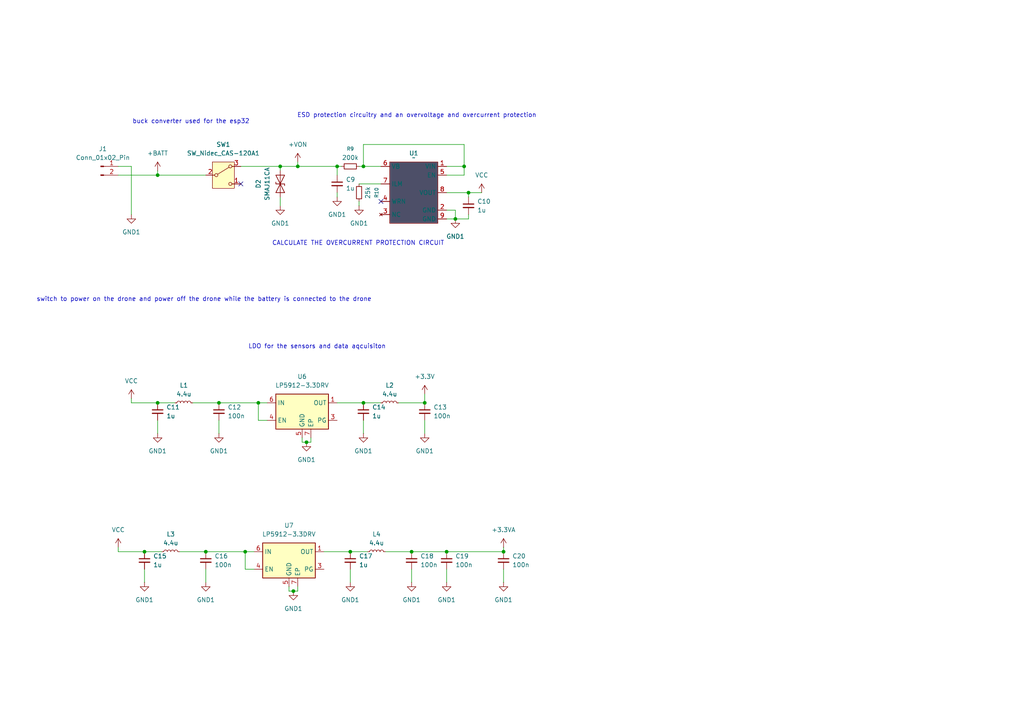
<source format=kicad_sch>
(kicad_sch (version 20250114) (generator "eeschema") (generator_version "9.0")
  (paper "A4")
  (lib_symbols
    (symbol "Connector:Conn_01x02_Pin" (pin_names (offset 1.016) (hide yes))
      (property "Reference" "J" (at 0 2.54 0))
      (property "Value" "Conn_01x02_Pin" (at 0 -5.08 0))
      (symbol "Conn_01x02_Pin_1_1"
        (rectangle (start 0.8636 0.127) (end 0 -0.127) (stroke (width 0.1524)) (fill (type outline)))
        (rectangle (start 0.8636 -2.413) (end 0 -2.667) (stroke (width 0.1524)) (fill (type outline)))
        (polyline (pts (xy 1.27 0) (xy 0.8636 0)) (stroke (width 0.1524)))
        (polyline (pts (xy 1.27 -2.54) (xy 0.8636 -2.54)) (stroke (width 0.1524)))
        (pin passive line (at 5.08 0 180) (length 3.81) (name "Pin_1") (number "1"))
        (pin passive line (at 5.08 -2.54 180) (length 3.81) (name "Pin_2") (number "2"))
      )
    )
    (symbol "Device:C_Small" (pin_numbers (hide yes)) (pin_names (offset 0.254) (hide yes))
      (property "Reference" "C" (at 0.254 1.778 0))
      (property "Value" "C_Small" (at 0.254 -2.032 0))
      (symbol "C_Small_0_1"
        (polyline (pts (xy -1.524 0.508) (xy 1.524 0.508)) (stroke (width 0.3048)))
        (polyline (pts (xy -1.524 -0.508) (xy 1.524 -0.508)) (stroke (width 0.3302)))
      )
      (symbol "C_Small_1_1"
        (pin passive line (at 0 2.54 270) (length 2.032) (name "~") (number "1"))
        (pin passive line (at 0 -2.54 90) (length 2.032) (name "~") (number "2"))
      )
    )
    (symbol "Device:L_Small" (pin_numbers (hide yes)) (pin_names (offset 0.254) (hide yes))
      (property "Reference" "L" (at 0.762 1.016 0))
      (property "Value" "L_Small" (at 0.762 -1.016 0))
      (symbol "L_Small_0_1"
        (arc (start 0 2.032) (mid 0.5058 1.524) (end 0 1.016))
        (arc (start 0 1.016) (mid 0.5058 0.508) (end 0 0))
        (arc (start 0 0) (mid 0.5058 -0.508) (end 0 -1.016))
        (arc (start 0 -1.016) (mid 0.5058 -1.524) (end 0 -2.032))
      )
      (symbol "L_Small_1_1"
        (pin passive line (at 0 2.54 270) (length 0.508) (name "~") (number "1"))
        (pin passive line (at 0 -2.54 90) (length 0.508) (name "~") (number "2"))
      )
    )
    (symbol "Device:R_Small" (pin_numbers (hide yes)) (pin_names (offset 0.254) (hide yes))
      (property "Reference" "R" (at 0 0 90))
      (property "Value" "R_Small" (at 1.778 0 90))
      (symbol "R_Small_0_1"
        (rectangle (start -0.762 1.778) (end 0.762 -1.778) (stroke (width 0.2032)))
      )
      (symbol "R_Small_1_1"
        (pin passive line (at 0 2.54 270) (length 0.762) (name "~") (number "1"))
        (pin passive line (at 0 -2.54 90) (length 0.762) (name "~") (number "2"))
      )
    )
    (symbol "Diode:SMAJ11CA" (pin_numbers (hide yes)) (pin_names (offset 1.016) (hide yes))
      (property "Reference" "D" (at 0 2.54 0))
      (property "Value" "SMAJ11CA" (at 0 -2.54 0))
      (symbol "SMAJ11CA_0_1"
        (polyline (pts (xy -2.54 -1.27) (xy 0 0) (xy -2.54 1.27) (xy -2.54 -1.27)) (stroke (width 0.2032)))
        (polyline (pts (xy 0.508 1.27) (xy 0 1.27) (xy 0 -1.27) (xy -0.508 -1.27)) (stroke (width 0.2032)))
        (polyline (pts (xy 1.27 0) (xy -1.27 0)))
        (polyline (pts (xy 2.54 1.27) (xy 2.54 -1.27) (xy 0 0) (xy 2.54 1.27)) (stroke (width 0.2032)))
      )
      (symbol "SMAJ11CA_1_1"
        (pin passive line (at -3.81 0 0) (length 2.54) (name "A1") (number "1"))
        (pin passive line (at 3.81 0 180) (length 2.54) (name "A2") (number "2"))
      )
    )
    (symbol "Library 1:RT9718"
      (property "Reference" "U" (at 11.684 2.286 0))
      (symbol "RT9718_1_1"
        (rectangle (start 12.7 0) (end 26.67 -17.78) (fill (type color) (color 77 79 104 1)))
        (pin input line (at 10.16 -1.27 0) (length 2.54) (name "VB") (number "6"))
        (pin input line (at 10.16 -6.35 0) (length 2.54) (name "ILM") (number "7"))
        (pin input line (at 10.16 -11.43 0) (length 2.54) (name "WRN") (number "4"))
        (pin no_connect line (at 10.16 -15.24 0) (length 2.54) (name "NC") (number "3"))
        (pin input line (at 29.21 -1.27 180) (length 2.54) (name "VIN") (number "1"))
        (pin input line (at 29.21 -3.81 180) (length 2.54) (name "EN") (number "5"))
        (pin input line (at 29.21 -8.89 180) (length 2.54) (name "VOUT") (number "8"))
        (pin input line (at 29.21 -13.97 180) (length 2.54) (name "GND") (number "2"))
        (pin input line (at 29.21 -16.51 180) (length 2.54) (name "GND") (number "9"))
      )
    )
    (symbol "Regulator_Linear:LP5912-3.3DRV"
      (property "Reference" "U" (at -3.81 6.35 0))
      (property "Value" "LP5912-3.3DRV" (at 6.35 6.35 0))
      (symbol "LP5912-3.3DRV_0_1"
        (rectangle (start -7.62 -5.08) (end 7.62 5.08) (stroke (width 0.254)) (fill (type background)))
        (pin power_in line (at -10.16 2.54 0) (length 2.54) (name "IN") (number "6"))
        (pin input line (at -10.16 -2.54 0) (length 2.54) (name "EN") (number "4"))
        (pin power_in line (at 0 -7.62 90) (length 2.54) (name "GND") (number "5"))
        (pin no_connect line (at 7.62 0 180) (length 2.54) (hide yes) (name "NC") (number "2"))
        (pin power_out line (at 10.16 2.54 180) (length 2.54) (name "OUT") (number "1"))
      )
      (symbol "LP5912-3.3DRV_1_1"
        (pin passive line (at 2.54 -7.62 90) (length 2.54) (name "EP") (number "7"))
        (pin open_collector line (at 10.16 -2.54 180) (length 2.54) (name "PG") (number "3"))
      )
    )
    (symbol "Switch:SW_Nidec_CAS-120A1" (pin_names (offset 1) (hide yes))
      (property "Reference" "SW" (at 0 4.318 0))
      (property "Value" "SW_Nidec_CAS-120A1" (at 0 -5.08 0))
      (symbol "SW_Nidec_CAS-120A1_0_1"
        (circle (center -2.032 0) (radius 0.4572))
        (polyline (pts (xy -1.651 0.254) (xy 1.651 2.286)))
        (circle (center 2.032 2.54) (radius 0.4572))
        (circle (center 2.032 -2.54) (radius 0.4572))
      )
      (symbol "SW_Nidec_CAS-120A1_1_1"
        (rectangle (start -3.175 3.81) (end 3.175 -3.81) (fill (type background)))
        (pin passive line (at -5.08 0 0) (length 2.54) (name "B") (number "2"))
        (pin passive line (at 5.08 2.54 180) (length 2.54) (name "A") (number "3"))
        (pin passive line (at 5.08 -2.54 180) (length 2.54) (name "C") (number "1"))
      )
    )
    (symbol "power:+3.3V" (power) (pin_numbers (hide yes)) (pin_names (offset 0) (hide yes))
      (property "Value" "+3.3V" (at 0 3.556 0))
      (symbol "+3.3V_0_1"
        (polyline (pts (xy -0.762 1.27) (xy 0 2.54)))
        (polyline (pts (xy 0 2.54) (xy 0.762 1.27)))
        (polyline (pts (xy 0 0) (xy 0 2.54)))
      )
      (symbol "+3.3V_1_1"
        (pin power_in line (at 0 0 90) (length 0) (name "~") (number "1"))
      )
    )
    (symbol "power:+3.3VA" (power) (pin_numbers (hide yes)) (pin_names (offset 0) (hide yes))
      (property "Value" "+3.3VA" (at 0 3.556 0))
      (symbol "+3.3VA_0_1"
        (polyline (pts (xy -0.762 1.27) (xy 0 2.54)))
        (polyline (pts (xy 0 2.54) (xy 0.762 1.27)))
        (polyline (pts (xy 0 0) (xy 0 2.54)))
      )
      (symbol "+3.3VA_1_1"
        (pin power_in line (at 0 0 90) (length 0) (name "~") (number "1"))
      )
    )
    (symbol "power:+BATT" (power) (pin_numbers (hide yes)) (pin_names (offset 0) (hide yes))
      (property "Value" "+BATT" (at 0 3.556 0))
      (symbol "+BATT_0_1"
        (polyline (pts (xy -0.762 1.27) (xy 0 2.54)))
        (polyline (pts (xy 0 2.54) (xy 0.762 1.27)))
        (polyline (pts (xy 0 0) (xy 0 2.54)))
      )
      (symbol "+BATT_1_1"
        (pin power_in line (at 0 0 90) (length 0) (name "~") (number "1"))
      )
    )
    (symbol "power:GND1" (power) (pin_numbers (hide yes)) (pin_names (offset 0) (hide yes))
      (property "Value" "GND1" (at 0 -3.81 0))
      (symbol "GND1_0_1"
        (polyline (pts (xy 0 0) (xy 0 -1.27) (xy 1.27 -1.27) (xy 0 -2.54) (xy -1.27 -1.27) (xy 0 -1.27)))
      )
      (symbol "GND1_1_1"
        (pin power_in line (at 0 0 270) (length 0) (name "~") (number "1"))
      )
    )
    (symbol "power:VCC" (power) (pin_numbers (hide yes)) (pin_names (offset 0) (hide yes))
      (property "Value" "VCC" (at 0 3.556 0))
      (symbol "VCC_0_1"
        (polyline (pts (xy -0.762 1.27) (xy 0 2.54)))
        (polyline (pts (xy 0 2.54) (xy 0.762 1.27)))
        (polyline (pts (xy 0 0) (xy 0 2.54)))
      )
      (symbol "VCC_1_1"
        (pin power_in line (at 0 0 90) (length 0) (name "~") (number "1"))
      )
    )
  )
  (text "LDO for the sensors and data aqcuisiton \n" (at 92.456 100.584 0) (effects (font (size 1.27 1.27))))
  (text "CALCULATE THE OVERCURRENT PROTECTION CIRCUIT\n" (at 103.886 70.612 0) (effects (font (size 1.27 1.27))))
  (text "switch to power on the drone and power off the drone while the battery is connected to the drone\n" (at 59.182 86.868 0) (effects (font (size 1.27 1.27))))
  (text "buck converter used for the esp32 \n" (at 55.88 35.306 0) (effects (font (size 1.27 1.27))))
  (text "ESD protection circuitry and an overvoltage and overcurrent protection\n" (at 120.904 33.528 0) (effects (font (size 1.27 1.27))))
  (junction (at 45.72 50.8))
  (junction (at 119.38 160.02))
  (junction (at 88.9 128.27))
  (junction (at 134.62 48.26))
  (junction (at 129.54 160.02))
  (junction (at 81.28 48.26))
  (junction (at 123.19 116.84))
  (junction (at 71.12 160.02))
  (junction (at 105.41 48.26))
  (junction (at 146.05 160.02))
  (junction (at 45.72 116.84))
  (junction (at 41.91 160.02))
  (junction (at 59.69 160.02))
  (junction (at 86.36 48.26))
  (junction (at 85.09 171.45))
  (junction (at 132.08 63.5))
  (junction (at 101.6 160.02))
  (junction (at 135.89 55.88))
  (junction (at 63.5 116.84))
  (junction (at 74.93 116.84))
  (junction (at 105.41 116.84))
  (junction (at 97.79 48.26))
  (no_connect (at 69.85 53.34))
  (no_connect (at 110.49 58.42))
  (wire (pts (xy 71.12 160.02) (xy 71.12 165.1)))
  (wire (pts (xy 129.54 55.88) (xy 135.89 55.88)))
  (wire (pts (xy 123.19 121.92) (xy 123.19 125.73)))
  (wire (pts (xy 45.72 50.8) (xy 59.69 50.8)))
  (wire (pts (xy 74.93 116.84) (xy 74.93 121.92)))
  (wire (pts (xy 63.5 116.84) (xy 74.93 116.84)))
  (wire (pts (xy 134.62 48.26) (xy 129.54 48.26)))
  (wire (pts (xy 34.29 50.8) (xy 45.72 50.8)))
  (wire (pts (xy 86.36 46.99) (xy 86.36 48.26)))
  (wire (pts (xy 86.36 170.18) (xy 86.36 171.45)))
  (wire (pts (xy 34.29 48.26) (xy 38.1 48.26)))
  (wire (pts (xy 135.89 63.5) (xy 132.08 63.5)))
  (wire (pts (xy 101.6 165.1) (xy 101.6 168.91)))
  (wire (pts (xy 52.07 160.02) (xy 59.69 160.02)))
  (wire (pts (xy 104.14 48.26) (xy 105.41 48.26)))
  (wire (pts (xy 73.66 160.02) (xy 71.12 160.02)))
  (wire (pts (xy 97.79 55.88) (xy 97.79 57.15)))
  (wire (pts (xy 93.98 160.02) (xy 101.6 160.02)))
  (wire (pts (xy 146.05 158.75) (xy 146.05 160.02)))
  (wire (pts (xy 135.89 62.23) (xy 135.89 63.5)))
  (wire (pts (xy 81.28 57.15) (xy 81.28 59.69)))
  (wire (pts (xy 55.88 116.84) (xy 63.5 116.84)))
  (wire (pts (xy 104.14 53.34) (xy 110.49 53.34)))
  (wire (pts (xy 69.85 48.26) (xy 81.28 48.26)))
  (wire (pts (xy 77.47 116.84) (xy 74.93 116.84)))
  (wire (pts (xy 97.79 48.26) (xy 97.79 50.8)))
  (wire (pts (xy 105.41 116.84) (xy 110.49 116.84)))
  (wire (pts (xy 105.41 121.92) (xy 105.41 125.73)))
  (wire (pts (xy 146.05 160.02) (xy 129.54 160.02)))
  (wire (pts (xy 45.72 49.53) (xy 45.72 50.8)))
  (wire (pts (xy 129.54 63.5) (xy 132.08 63.5)))
  (wire (pts (xy 77.47 121.92) (xy 74.93 121.92)))
  (wire (pts (xy 59.69 165.1) (xy 59.69 168.91)))
  (wire (pts (xy 129.54 50.8) (xy 134.62 50.8)))
  (wire (pts (xy 134.62 48.26) (xy 134.62 41.91)))
  (wire (pts (xy 83.82 170.18) (xy 83.82 171.45)))
  (wire (pts (xy 90.17 127) (xy 90.17 128.27)))
  (wire (pts (xy 41.91 160.02) (xy 46.99 160.02)))
  (wire (pts (xy 134.62 41.91) (xy 105.41 41.91)))
  (wire (pts (xy 105.41 41.91) (xy 105.41 48.26)))
  (wire (pts (xy 34.29 160.02) (xy 41.91 160.02)))
  (wire (pts (xy 41.91 165.1) (xy 41.91 168.91)))
  (wire (pts (xy 104.14 58.42) (xy 104.14 59.69)))
  (wire (pts (xy 34.29 158.75) (xy 34.29 160.02)))
  (wire (pts (xy 101.6 160.02) (xy 106.68 160.02)))
  (wire (pts (xy 129.54 165.1) (xy 129.54 168.91)))
  (wire (pts (xy 87.63 128.27) (xy 88.9 128.27)))
  (wire (pts (xy 115.57 116.84) (xy 123.19 116.84)))
  (wire (pts (xy 129.54 160.02) (xy 119.38 160.02)))
  (wire (pts (xy 86.36 171.45) (xy 85.09 171.45)))
  (wire (pts (xy 45.72 116.84) (xy 50.8 116.84)))
  (wire (pts (xy 135.89 55.88) (xy 139.7 55.88)))
  (wire (pts (xy 38.1 115.57) (xy 38.1 116.84)))
  (wire (pts (xy 129.54 60.96) (xy 132.08 60.96)))
  (wire (pts (xy 97.79 48.26) (xy 99.06 48.26)))
  (wire (pts (xy 45.72 121.92) (xy 45.72 125.73)))
  (wire (pts (xy 81.28 48.26) (xy 81.28 49.53)))
  (wire (pts (xy 97.79 48.26) (xy 86.36 48.26)))
  (wire (pts (xy 111.76 160.02) (xy 119.38 160.02)))
  (wire (pts (xy 132.08 60.96) (xy 132.08 63.5)))
  (wire (pts (xy 134.62 50.8) (xy 134.62 48.26)))
  (wire (pts (xy 81.28 48.26) (xy 86.36 48.26)))
  (wire (pts (xy 83.82 171.45) (xy 85.09 171.45)))
  (wire (pts (xy 87.63 127) (xy 87.63 128.27)))
  (wire (pts (xy 63.5 121.92) (xy 63.5 125.73)))
  (wire (pts (xy 73.66 165.1) (xy 71.12 165.1)))
  (wire (pts (xy 38.1 116.84) (xy 45.72 116.84)))
  (wire (pts (xy 110.49 48.26) (xy 105.41 48.26)))
  (wire (pts (xy 119.38 165.1) (xy 119.38 168.91)))
  (wire (pts (xy 59.69 160.02) (xy 71.12 160.02)))
  (wire (pts (xy 146.05 165.1) (xy 146.05 168.91)))
  (wire (pts (xy 135.89 55.88) (xy 135.89 57.15)))
  (wire (pts (xy 123.19 114.3) (xy 123.19 116.84)))
  (wire (pts (xy 97.79 116.84) (xy 105.41 116.84)))
  (wire (pts (xy 38.1 48.26) (xy 38.1 62.23)))
  (wire (pts (xy 90.17 128.27) (xy 88.9 128.27)))
  (symbol (lib_id "Device:L_Small") (at 113.03 116.84 90) (unit 1)
    (property "Reference" "L2" (at 113.03 111.76 90))
    (property "Value" "4.4u" (at 113.03 114.3 90))
    (property "Description" "Inductor, small symbol" (effects (hide yes)))
  )
  (symbol (lib_id "power:GND1") (at 38.1 62.23 0) (unit 1)
    (property "Reference" "#PWR025" (effects (hide yes)))
    (property "Value" "GND1" (at 38.1 67.31 0))
    (property "Description" "Power symbol creates a global label with name \"GND1\" , ground" (effects (hide yes)))
  )
  (symbol (lib_id "power:GND1") (at 45.72 125.73 0) (unit 1)
    (property "Reference" "#PWR034" (effects (hide yes)))
    (property "Value" "GND1" (at 45.72 130.81 0))
    (property "Description" "Power symbol creates a global label with name \"GND1\" , ground" (effects (hide yes)))
  )
  (symbol (lib_id "Regulator_Linear:LP5912-3.3DRV") (at 83.82 162.56 0) (unit 1)
    (property "Reference" "U7" (at 83.82 152.4 0))
    (property "Value" "LP5912-3.3DRV" (at 83.82 154.94 0))
    (property "Footprint" "Package_SON:WSON-6-1EP_2x2mm_P0.65mm_EP1x1.6mm_ThermalVias" (effects (hide yes)))
    (property "Datasheet" "http://www.ti.com/lit/ds/symlink/lp5912.pdf" (effects (hide yes)))
    (property "Description" "500-mA Ultra-Low-Noise Low-IQ LDO, 3.3V, WSON-6" (effects (hide yes)))
  )
  (symbol (lib_id "Device:L_Small") (at 53.34 116.84 90) (unit 1)
    (property "Reference" "L1" (at 53.34 111.76 90))
    (property "Value" "4.4u" (at 53.34 114.3 90))
    (property "Description" "Inductor, small symbol" (effects (hide yes)))
  )
  (symbol (lib_id "Device:C_Small") (at 97.79 53.34 0) (unit 1)
    (property "Reference" "C9" (at 100.33 52.0763 0) (effects (justify left)))
    (property "Value" "1u" (at 100.33 54.6163 0) (effects (justify left)))
    (property "Description" "Unpolarized capacitor, small symbol" (effects (hide yes)))
  )
  (symbol (lib_id "Device:C_Small") (at 105.41 119.38 0) (unit 1)
    (property "Reference" "C14" (at 107.95 118.1163 0) (effects (justify left)))
    (property "Value" "1u" (at 107.95 120.6563 0) (effects (justify left)))
    (property "Description" "Unpolarized capacitor, small symbol" (effects (hide yes)))
  )
  (symbol (lib_id "Device:C_Small") (at 146.05 162.56 0) (unit 1)
    (property "Reference" "C20" (at 148.59 161.2963 0) (effects (justify left)))
    (property "Value" "100n" (at 148.59 163.8363 0) (effects (justify left)))
    (property "Description" "Unpolarized capacitor, small symbol" (effects (hide yes)))
  )
  (symbol (lib_id "power:+BATT") (at 86.36 46.99 0) (unit 1)
    (property "Reference" "#PWR027" (effects (hide yes)))
    (property "Value" "+VON" (at 86.36 41.91 0))
    (property "Description" "Power symbol creates a global label with name \"+BATT\"" (effects (hide yes)))
  )
  (symbol (lib_id "power:GND1") (at 123.19 125.73 0) (unit 1)
    (property "Reference" "#PWR037" (effects (hide yes)))
    (property "Value" "GND1" (at 123.19 130.81 0))
    (property "Description" "Power symbol creates a global label with name \"GND1\" , ground" (effects (hide yes)))
  )
  (symbol (lib_id "power:VCC") (at 38.1 115.57 0) (unit 1)
    (property "Reference" "#PWR033" (effects (hide yes)))
    (property "Value" "VCC" (at 38.1 110.49 0))
    (property "Description" "Power symbol creates a global label with name \"VCC\"" (effects (hide yes)))
  )
  (symbol (lib_id "Device:L_Small") (at 109.22 160.02 90) (unit 1)
    (property "Reference" "L4" (at 109.22 154.94 90))
    (property "Value" "4.4u" (at 109.22 157.48 90))
    (property "Description" "Inductor, small symbol" (effects (hide yes)))
  )
  (symbol (lib_id "power:GND1") (at 119.38 168.91 0) (unit 1)
    (property "Reference" "#PWR042" (effects (hide yes)))
    (property "Value" "GND1" (at 119.38 173.99 0))
    (property "Description" "Power symbol creates a global label with name \"GND1\" , ground" (effects (hide yes)))
  )
  (symbol (lib_id "power:GND1") (at 81.28 59.69 0) (unit 1)
    (property "Reference" "#PWR028" (effects (hide yes)))
    (property "Value" "GND1" (at 81.28 64.77 0))
    (property "Description" "Power symbol creates a global label with name \"GND1\" , ground" (effects (hide yes)))
  )
  (symbol (lib_id "power:+BATT") (at 45.72 49.53 0) (unit 1)
    (property "Reference" "#PWR02" (effects (hide yes)))
    (property "Value" "+BATT" (at 45.72 44.45 0))
    (property "Description" "Power symbol creates a global label with name \"+BATT\"" (effects (hide yes)))
  )
  (symbol (lib_id "Device:C_Small") (at 41.91 162.56 0) (unit 1)
    (property "Reference" "C15" (at 44.45 161.2963 0) (effects (justify left)))
    (property "Value" "1u" (at 44.45 163.8363 0) (effects (justify left)))
    (property "Description" "Unpolarized capacitor, small symbol" (effects (hide yes)))
  )
  (symbol (lib_id "Device:C_Small") (at 63.5 119.38 0) (unit 1)
    (property "Reference" "C12" (at 66.04 118.1163 0) (effects (justify left)))
    (property "Value" "100n" (at 66.04 120.6563 0) (effects (justify left)))
    (property "Description" "Unpolarized capacitor, small symbol" (effects (hide yes)))
  )
  (symbol (lib_id "Device:L_Small") (at 49.53 160.02 90) (unit 1)
    (property "Reference" "L3" (at 49.53 154.94 90))
    (property "Value" "4.4u" (at 49.53 157.48 90))
    (property "Description" "Inductor, small symbol" (effects (hide yes)))
  )
  (symbol (lib_id "power:VCC") (at 139.7 55.88 0) (unit 1)
    (property "Reference" "#PWR030" (effects (hide yes)))
    (property "Value" "VCC" (at 139.7 50.8 0))
    (property "Description" "Power symbol creates a global label with name \"VCC\"" (effects (hide yes)))
  )
  (symbol (lib_id "power:GND1") (at 59.69 168.91 0) (unit 1)
    (property "Reference" "#PWR040" (effects (hide yes)))
    (property "Value" "GND1" (at 59.69 173.99 0))
    (property "Description" "Power symbol creates a global label with name \"GND1\" , ground" (effects (hide yes)))
  )
  (symbol (lib_id "power:GND1") (at 85.09 171.45 0) (unit 1)
    (property "Reference" "#PWR019" (effects (hide yes)))
    (property "Value" "GND1" (at 85.09 176.53 0))
    (property "Description" "Power symbol creates a global label with name \"GND1\" , ground" (effects (hide yes)))
  )
  (symbol (lib_id "Library 1:RT9718") (at 100.33 46.99 0) (unit 1)
    (property "Reference" "U1" (at 120.015 44.45 0))
    (property "Value" "~" (at 120.015 45.72 0))
    (property "Footprint" "Package_DFN_QFN:WDFN-8_2x2mm_P0.5mm" (effects (hide yes)))
  )
  (symbol (lib_id "Device:C_Small") (at 45.72 119.38 0) (unit 1)
    (property "Reference" "C11" (at 48.26 118.1163 0) (effects (justify left)))
    (property "Value" "1u" (at 48.26 120.6563 0) (effects (justify left)))
    (property "Description" "Unpolarized capacitor, small symbol" (effects (hide yes)))
  )
  (symbol (lib_id "Device:R_Small") (at 101.6 48.26 90) (unit 1)
    (property "Reference" "R9" (at 101.6 43.18 90) (effects (font (size 1.016 1.016))))
    (property "Value" "200k" (at 101.6 45.72 90))
    (property "Description" "Resistor, small symbol" (effects (hide yes)))
  )
  (symbol (lib_id "power:GND1") (at 63.5 125.73 0) (unit 1)
    (property "Reference" "#PWR035" (effects (hide yes)))
    (property "Value" "GND1" (at 63.5 130.81 0))
    (property "Description" "Power symbol creates a global label with name \"GND1\" , ground" (effects (hide yes)))
  )
  (symbol (lib_id "Device:C_Small") (at 119.38 162.56 0) (unit 1)
    (property "Reference" "C18" (at 121.92 161.2963 0) (effects (justify left)))
    (property "Value" "100n" (at 121.92 163.8363 0) (effects (justify left)))
    (property "Description" "Unpolarized capacitor, small symbol" (effects (hide yes)))
  )
  (symbol (lib_id "power:GND1") (at 146.05 168.91 0) (unit 1)
    (property "Reference" "#PWR044" (effects (hide yes)))
    (property "Value" "GND1" (at 146.05 173.99 0))
    (property "Description" "Power symbol creates a global label with name \"GND1\" , ground" (effects (hide yes)))
  )
  (symbol (lib_id "Device:C_Small") (at 59.69 162.56 0) (unit 1)
    (property "Reference" "C16" (at 62.23 161.2963 0) (effects (justify left)))
    (property "Value" "100n" (at 62.23 163.8363 0) (effects (justify left)))
    (property "Description" "Unpolarized capacitor, small symbol" (effects (hide yes)))
  )
  (symbol (lib_id "power:GND1") (at 101.6 168.91 0) (unit 1)
    (property "Reference" "#PWR041" (effects (hide yes)))
    (property "Value" "GND1" (at 101.6 173.99 0))
    (property "Description" "Power symbol creates a global label with name \"GND1\" , ground" (effects (hide yes)))
  )
  (symbol (lib_id "power:GND1") (at 104.14 59.69 0) (unit 1)
    (property "Reference" "#PWR032" (effects (hide yes)))
    (property "Value" "GND1" (at 104.14 64.77 0))
    (property "Description" "Power symbol creates a global label with name \"GND1\" , ground" (effects (hide yes)))
  )
  (symbol (lib_id "power:VCC") (at 34.29 158.75 0) (unit 1)
    (property "Reference" "#PWR038" (effects (hide yes)))
    (property "Value" "VCC" (at 34.29 153.67 0))
    (property "Description" "Power symbol creates a global label with name \"VCC\"" (effects (hide yes)))
  )
  (symbol (lib_id "Device:C_Small") (at 129.54 162.56 0) (unit 1)
    (property "Reference" "C19" (at 132.08 161.2963 0) (effects (justify left)))
    (property "Value" "100n" (at 132.08 163.8363 0) (effects (justify left)))
    (property "Description" "Unpolarized capacitor, small symbol" (effects (hide yes)))
  )
  (symbol (lib_id "power:GND1") (at 88.9 128.27 0) (unit 1)
    (property "Reference" "#PWR01" (effects (hide yes)))
    (property "Value" "GND1" (at 88.9 133.35 0))
    (property "Description" "Power symbol creates a global label with name \"GND1\" , ground" (effects (hide yes)))
  )
  (symbol (lib_id "power:GND1") (at 129.54 168.91 0) (unit 1)
    (property "Reference" "#PWR043" (effects (hide yes)))
    (property "Value" "GND1" (at 129.54 173.99 0))
    (property "Description" "Power symbol creates a global label with name \"GND1\" , ground" (effects (hide yes)))
  )
  (symbol (lib_id "Device:C_Small") (at 123.19 119.38 0) (unit 1)
    (property "Reference" "C13" (at 125.73 118.1163 0) (effects (justify left)))
    (property "Value" "100n" (at 125.73 120.6563 0) (effects (justify left)))
    (property "Description" "Unpolarized capacitor, small symbol" (effects (hide yes)))
  )
  (symbol (lib_id "Switch:SW_Nidec_CAS-120A1") (at 64.77 50.8 0) (unit 1)
    (property "Reference" "SW1" (at 64.77 41.91 0))
    (property "Value" "SW_Nidec_CAS-120A1" (at 64.77 44.45 0))
    (property "Footprint" "Button_Switch_SMD:Nidec_Copal_CAS-120A" (effects (hide yes)))
    (property "Datasheet" "https://www.nidec-components.com/e/catalog/switch/cas.pdf" (effects (hide yes)))
    (property "Description" "Switch, single pole double throw" (effects (hide yes)))
  )
  (symbol (lib_id "power:+3.3VA") (at 146.05 158.75 0) (unit 1)
    (property "Reference" "#PWR020" (effects (hide yes)))
    (property "Value" "+3.3VA" (at 146.05 153.67 0))
    (property "Description" "Power symbol creates a global label with name \"+3.3VA\"" (effects (hide yes)))
  )
  (symbol (lib_id "power:GND1") (at 105.41 125.73 0) (unit 1)
    (property "Reference" "#PWR036" (effects (hide yes)))
    (property "Value" "GND1" (at 105.41 130.81 0))
    (property "Description" "Power symbol creates a global label with name \"GND1\" , ground" (effects (hide yes)))
  )
  (symbol (lib_id "Device:C_Small") (at 101.6 162.56 0) (unit 1)
    (property "Reference" "C17" (at 104.14 161.2963 0) (effects (justify left)))
    (property "Value" "1u" (at 104.14 163.8363 0) (effects (justify left)))
    (property "Description" "Unpolarized capacitor, small symbol" (effects (hide yes)))
  )
  (symbol (lib_id "power:+3.3V") (at 123.19 114.3 0) (unit 1)
    (property "Reference" "#PWR021" (effects (hide yes)))
    (property "Value" "+3.3V" (at 123.19 109.22 0))
    (property "Description" "Power symbol creates a global label with name \"+3.3V\"" (effects (hide yes)))
  )
  (symbol (lib_id "Regulator_Linear:LP5912-3.3DRV") (at 87.63 119.38 0) (unit 1)
    (property "Reference" "U6" (at 87.63 109.22 0))
    (property "Value" "LP5912-3.3DRV" (at 87.63 111.76 0))
    (property "Footprint" "Package_SON:WSON-6-1EP_2x2mm_P0.65mm_EP1x1.6mm_ThermalVias" (effects (hide yes)))
    (property "Datasheet" "http://www.ti.com/lit/ds/symlink/lp5912.pdf" (effects (hide yes)))
    (property "Description" "500-mA Ultra-Low-Noise Low-IQ LDO, 3.3V, WSON-6" (effects (hide yes)))
  )
  (symbol (lib_id "Device:R_Small") (at 104.14 55.88 0) (unit 1)
    (property "Reference" "R10" (at 109.22 55.88 90) (effects (font (size 1.016 1.016))))
    (property "Value" "25k" (at 106.68 55.88 90))
    (property "Description" "Resistor, small symbol" (effects (hide yes)))
  )
  (symbol (lib_id "power:GND1") (at 41.91 168.91 0) (unit 1)
    (property "Reference" "#PWR039" (effects (hide yes)))
    (property "Value" "GND1" (at 41.91 173.99 0))
    (property "Description" "Power symbol creates a global label with name \"GND1\" , ground" (effects (hide yes)))
  )
  (symbol (lib_id "Device:C_Small") (at 135.89 59.69 0) (unit 1)
    (property "Reference" "C10" (at 138.43 58.4263 0) (effects (justify left)))
    (property "Value" "1u" (at 138.43 60.9663 0) (effects (justify left)))
    (property "Description" "Unpolarized capacitor, small symbol" (effects (hide yes)))
  )
  (symbol (lib_id "Connector:Conn_01x02_Pin") (at 29.21 48.26 0) (unit 1)
    (property "Reference" "J1" (at 29.845 43.18 0))
    (property "Value" "Conn_01x02_Pin" (at 29.845 45.72 0))
    (property "Footprint" "Connector_AMASS:AMASS_XT60-F_1x02_P7.20mm_Vertical" (effects (hide yes)))
    (property "Description" "Generic connector, single row, 01x02, script generated" (effects (hide yes)))
  )
  (symbol (lib_id "power:GND1") (at 132.08 63.5 0) (unit 1)
    (property "Reference" "#PWR029" (effects (hide yes)))
    (property "Value" "GND1" (at 132.08 68.58 0))
    (property "Description" "Power symbol creates a global label with name \"GND1\" , ground" (effects (hide yes)))
  )
  (symbol (lib_id "power:GND1") (at 97.79 57.15 0) (unit 1)
    (property "Reference" "#PWR031" (effects (hide yes)))
    (property "Value" "GND1" (at 97.79 62.23 0))
    (property "Description" "Power symbol creates a global label with name \"GND1\" , ground" (effects (hide yes)))
  )
  (symbol (lib_id "Diode:SMAJ11CA") (at 81.28 53.34 90) (unit 1)
    (property "Reference" "D2" (at 74.93 53.34 0))
    (property "Value" "SMAJ11CA" (at 77.47 53.34 0))
    (property "Footprint" "Diode_SMD:D_SMA" (effects (hide yes)))
    (property "Datasheet" "https://www.littelfuse.com/media?resourcetype=datasheets&itemid=75e32973-b177-4ee3-a0ff-cedaf1abdb93&filename=smaj-datasheet" (effects (hide yes)))
    (property "Description" "400W bidirectional Transient Voltage Suppressor, 11.0Vr, SMA(DO-214AC)" (effects (hide yes)))
  )
)
</source>
